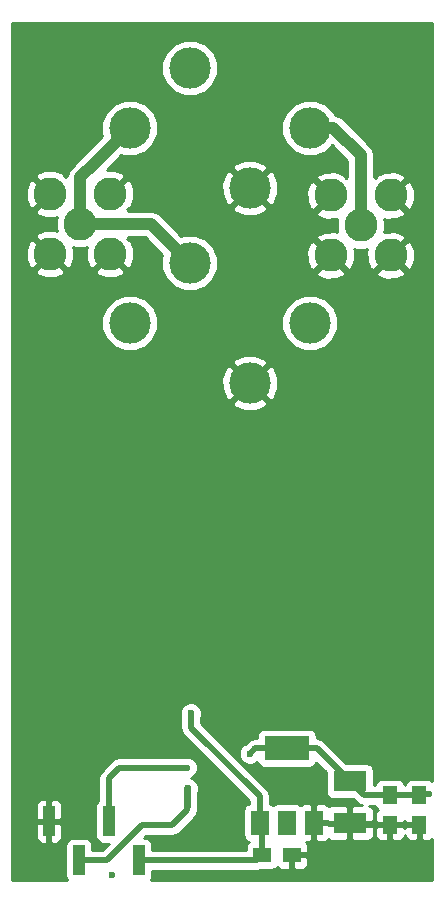
<source format=gbl>
G04 #@! TF.FileFunction,Copper,L2,Bot,Signal*
%FSLAX46Y46*%
G04 Gerber Fmt 4.6, Leading zero omitted, Abs format (unit mm)*
G04 Created by KiCad (PCBNEW 4.0.6) date 01/05/18 17:09:47*
%MOMM*%
%LPD*%
G01*
G04 APERTURE LIST*
%ADD10C,0.100000*%
%ADD11C,0.300000*%
%ADD12C,0.600000*%
%ADD13R,2.794000X1.778000*%
%ADD14R,1.250000X1.500000*%
%ADD15R,1.500000X1.250000*%
%ADD16C,2.800000*%
%ADD17R,1.000000X2.510000*%
%ADD18C,3.500000*%
%ADD19R,1.498600X1.998980*%
%ADD20R,3.799840X1.998980*%
%ADD21C,0.500000*%
%ADD22C,0.250000*%
%ADD23C,1.000000*%
%ADD24C,0.254000*%
G04 APERTURE END LIST*
D10*
D11*
X110984286Y-108798571D02*
X110984286Y-110012857D01*
X110912857Y-110155714D01*
X110841429Y-110227143D01*
X110698572Y-110298571D01*
X110484286Y-110298571D01*
X110341429Y-110227143D01*
X110984286Y-109727143D02*
X110841429Y-109798571D01*
X110555715Y-109798571D01*
X110412857Y-109727143D01*
X110341429Y-109655714D01*
X110270000Y-109512857D01*
X110270000Y-109084286D01*
X110341429Y-108941429D01*
X110412857Y-108870000D01*
X110555715Y-108798571D01*
X110841429Y-108798571D01*
X110984286Y-108870000D01*
X111698572Y-108798571D02*
X111698572Y-109798571D01*
X111698572Y-108941429D02*
X111770000Y-108870000D01*
X111912858Y-108798571D01*
X112127143Y-108798571D01*
X112270000Y-108870000D01*
X112341429Y-109012857D01*
X112341429Y-109798571D01*
X113698572Y-109798571D02*
X113698572Y-108298571D01*
X113698572Y-109727143D02*
X113555715Y-109798571D01*
X113270001Y-109798571D01*
X113127143Y-109727143D01*
X113055715Y-109655714D01*
X112984286Y-109512857D01*
X112984286Y-109084286D01*
X113055715Y-108941429D01*
X113127143Y-108870000D01*
X113270001Y-108798571D01*
X113555715Y-108798571D01*
X113698572Y-108870000D01*
D12*
X144820000Y-116620000D03*
X139820000Y-116620000D03*
X134820000Y-116620000D03*
X129820000Y-116620000D03*
X124820000Y-116620000D03*
X117920000Y-116620000D03*
X113120000Y-116620000D03*
X109820000Y-116620000D03*
X144720000Y-114720000D03*
X144720000Y-109720000D03*
X144720000Y-104720000D03*
X144720000Y-99720000D03*
X144720000Y-94720000D03*
X144720000Y-89720000D03*
X144720000Y-84720000D03*
X144720000Y-79720000D03*
X144720000Y-74720000D03*
X144720000Y-69720000D03*
X144720000Y-64720000D03*
X144720000Y-59720000D03*
X144720000Y-54720000D03*
X109720000Y-114720000D03*
X109720000Y-109720000D03*
X109720000Y-104720000D03*
X109720000Y-99720000D03*
X109720000Y-94720000D03*
X109720000Y-89720000D03*
X109720000Y-84720000D03*
X109720000Y-79720000D03*
X109720000Y-74720000D03*
X109720000Y-69720000D03*
X109720000Y-64720000D03*
X109720000Y-59720000D03*
X109720000Y-54720000D03*
X144620000Y-45220000D03*
X139620000Y-45220000D03*
X134620000Y-45220000D03*
X129620000Y-45220000D03*
X124620000Y-45220000D03*
X119620000Y-45220000D03*
X114620000Y-45220000D03*
D13*
X138010000Y-108642000D03*
X138010000Y-112198000D03*
D14*
X143920000Y-109820000D03*
X143920000Y-112320000D03*
X141420000Y-109820000D03*
X141420000Y-112320000D03*
D15*
X130620000Y-114890000D03*
X133120000Y-114890000D03*
D16*
X138938000Y-61595000D03*
X136398000Y-59055000D03*
X141478000Y-59055000D03*
X141478000Y-64135000D03*
X136398000Y-64135000D03*
X115189000Y-61468000D03*
X117729000Y-58928000D03*
X117729000Y-64008000D03*
X112649000Y-64008000D03*
X112649000Y-58928000D03*
D17*
X120170000Y-115345000D03*
X115090000Y-115345000D03*
X117630000Y-112035000D03*
X112550000Y-112035000D03*
D18*
X124460000Y-48260000D03*
X119380000Y-53340000D03*
X129540000Y-58420000D03*
X134620000Y-53340000D03*
X129540000Y-74930000D03*
X134620000Y-69850000D03*
X124460000Y-64770000D03*
X119380000Y-69850000D03*
D19*
X134978700Y-112159600D03*
X132680000Y-112159600D03*
X130381300Y-112159600D03*
D20*
X132680000Y-105860400D03*
D12*
X109620000Y-45220000D03*
X109720000Y-49720000D03*
X144720000Y-49720000D03*
X112220000Y-78220000D03*
X115220000Y-78220000D03*
X122220000Y-78220000D03*
X125720000Y-78220000D03*
X129220000Y-78220000D03*
X133220000Y-78220000D03*
X138720000Y-78220000D03*
X142220000Y-78220000D03*
X112600000Y-106260000D03*
X124560000Y-102900000D03*
X129560000Y-106310000D03*
X124300000Y-109250000D03*
X124240000Y-107490000D03*
D21*
X141420000Y-112320000D02*
X138132000Y-112320000D01*
D22*
X138132000Y-112320000D02*
X138010000Y-112198000D01*
D21*
X112600000Y-106260000D02*
X112550000Y-106310000D01*
X112550000Y-106310000D02*
X112550000Y-112035000D01*
X143920000Y-112320000D02*
X141420000Y-112320000D01*
D22*
X141420000Y-112320000D02*
X141298000Y-112198000D01*
X129032000Y-58928000D02*
X129540000Y-58420000D01*
X135763000Y-58420000D02*
X136398000Y-59055000D01*
D21*
X130381300Y-112159600D02*
X130381300Y-109921300D01*
X130381300Y-109921300D02*
X124560000Y-104100000D01*
X124560000Y-104100000D02*
X124560000Y-102900000D01*
X130620000Y-114890000D02*
X130620000Y-112398300D01*
X130620000Y-112398300D02*
X130381300Y-112159600D01*
X120170000Y-115345000D02*
X130165000Y-115345000D01*
X130165000Y-115345000D02*
X130620000Y-114890000D01*
X130620000Y-114890000D02*
X130110000Y-114890000D01*
X132680000Y-105860400D02*
X130009600Y-105860400D01*
X130009600Y-105860400D02*
X129560000Y-106310000D01*
X132680000Y-105860400D02*
X135228400Y-105860400D01*
X135228400Y-105860400D02*
X138010000Y-108642000D01*
X143920000Y-109820000D02*
X141420000Y-109820000D01*
X141420000Y-109820000D02*
X139188000Y-109820000D01*
X139188000Y-109820000D02*
X138010000Y-108642000D01*
D23*
X134620000Y-53340000D02*
X136640000Y-53340000D01*
X136640000Y-53340000D02*
X138938000Y-55638000D01*
X138938000Y-55638000D02*
X138938000Y-61595000D01*
X115189000Y-61468000D02*
X115189000Y-57531000D01*
X115189000Y-57531000D02*
X116410000Y-56310000D01*
X116410000Y-56310000D02*
X119380000Y-53340000D01*
X115189000Y-61468000D02*
X121158000Y-61468000D01*
X121158000Y-61468000D02*
X124460000Y-64770000D01*
D22*
X124300000Y-109250000D02*
X124300000Y-109180000D01*
D21*
X115090000Y-115345000D02*
X117445000Y-115345000D01*
X117445000Y-115345000D02*
X120420000Y-112370000D01*
X120420000Y-112370000D02*
X123000000Y-112370000D01*
X123000000Y-112370000D02*
X124280000Y-111090000D01*
X124280000Y-111090000D02*
X124280000Y-109220000D01*
X124280000Y-109220000D02*
X124300000Y-109240000D01*
X124300000Y-109240000D02*
X124300000Y-110870000D01*
X117630000Y-112035000D02*
X117630000Y-108370000D01*
X117630000Y-108370000D02*
X118510000Y-107490000D01*
X118510000Y-107490000D02*
X124240000Y-107490000D01*
D24*
G36*
X145010000Y-108619973D02*
X145009090Y-108618559D01*
X144796890Y-108473569D01*
X144545000Y-108422560D01*
X143295000Y-108422560D01*
X143059683Y-108466838D01*
X142843559Y-108605910D01*
X142698569Y-108818110D01*
X142674898Y-108935000D01*
X142667038Y-108935000D01*
X142648162Y-108834683D01*
X142509090Y-108618559D01*
X142296890Y-108473569D01*
X142045000Y-108422560D01*
X140795000Y-108422560D01*
X140559683Y-108466838D01*
X140343559Y-108605910D01*
X140198569Y-108818110D01*
X140174898Y-108935000D01*
X140054440Y-108935000D01*
X140054440Y-107753000D01*
X140010162Y-107517683D01*
X139871090Y-107301559D01*
X139658890Y-107156569D01*
X139407000Y-107105560D01*
X137725139Y-107105560D01*
X135854190Y-105234610D01*
X135567075Y-105042767D01*
X135510884Y-105031590D01*
X135228400Y-104975399D01*
X135228395Y-104975400D01*
X135227360Y-104975400D01*
X135227360Y-104860910D01*
X135183082Y-104625593D01*
X135044010Y-104409469D01*
X134831810Y-104264479D01*
X134579920Y-104213470D01*
X130780080Y-104213470D01*
X130544763Y-104257748D01*
X130328639Y-104396820D01*
X130183649Y-104609020D01*
X130132640Y-104860910D01*
X130132640Y-104975400D01*
X130009600Y-104975400D01*
X129670925Y-105042767D01*
X129383810Y-105234610D01*
X129383808Y-105234613D01*
X129151165Y-105467256D01*
X129031057Y-105516883D01*
X128767808Y-105779673D01*
X128625162Y-106123201D01*
X128624838Y-106495167D01*
X128766883Y-106838943D01*
X129029673Y-107102192D01*
X129373201Y-107244838D01*
X129745167Y-107245162D01*
X130088943Y-107103117D01*
X130164259Y-107027932D01*
X130176918Y-107095207D01*
X130315990Y-107311331D01*
X130528190Y-107456321D01*
X130780080Y-107507330D01*
X134579920Y-107507330D01*
X134815237Y-107463052D01*
X135031361Y-107323980D01*
X135176351Y-107111780D01*
X135185083Y-107068662D01*
X135965560Y-107849140D01*
X135965560Y-109531000D01*
X136009838Y-109766317D01*
X136148910Y-109982441D01*
X136361110Y-110127431D01*
X136613000Y-110178440D01*
X138294861Y-110178440D01*
X138562208Y-110445787D01*
X138562210Y-110445790D01*
X138754054Y-110573975D01*
X138849326Y-110637634D01*
X139032149Y-110674000D01*
X138295750Y-110674000D01*
X138137000Y-110832750D01*
X138137000Y-112071000D01*
X139883250Y-112071000D01*
X140042000Y-111912250D01*
X140042000Y-111182691D01*
X139945327Y-110949302D01*
X139766699Y-110770673D01*
X139608151Y-110705000D01*
X140172962Y-110705000D01*
X140191838Y-110805317D01*
X140330910Y-111021441D01*
X140399006Y-111067969D01*
X140256673Y-111210302D01*
X140160000Y-111443691D01*
X140160000Y-112034250D01*
X140318750Y-112193000D01*
X141293000Y-112193000D01*
X141293000Y-112173000D01*
X141547000Y-112173000D01*
X141547000Y-112193000D01*
X142521250Y-112193000D01*
X142670000Y-112044250D01*
X142818750Y-112193000D01*
X143793000Y-112193000D01*
X143793000Y-112173000D01*
X144047000Y-112173000D01*
X144047000Y-112193000D01*
X144067000Y-112193000D01*
X144067000Y-112447000D01*
X144047000Y-112447000D01*
X144047000Y-113546250D01*
X144205750Y-113705000D01*
X144671310Y-113705000D01*
X144904699Y-113608327D01*
X145010000Y-113503025D01*
X145010000Y-117010000D01*
X121158399Y-117010000D01*
X121266431Y-116851890D01*
X121317440Y-116600000D01*
X121317440Y-116230000D01*
X130164995Y-116230000D01*
X130165000Y-116230001D01*
X130447484Y-116173810D01*
X130503675Y-116162633D01*
X130503964Y-116162440D01*
X131370000Y-116162440D01*
X131605317Y-116118162D01*
X131821441Y-115979090D01*
X131867969Y-115910994D01*
X132010302Y-116053327D01*
X132243691Y-116150000D01*
X132834250Y-116150000D01*
X132993000Y-115991250D01*
X132993000Y-115017000D01*
X133247000Y-115017000D01*
X133247000Y-115991250D01*
X133405750Y-116150000D01*
X133996309Y-116150000D01*
X134229698Y-116053327D01*
X134408327Y-115874699D01*
X134505000Y-115641310D01*
X134505000Y-115175750D01*
X134346250Y-115017000D01*
X133247000Y-115017000D01*
X132993000Y-115017000D01*
X132973000Y-115017000D01*
X132973000Y-114763000D01*
X132993000Y-114763000D01*
X132993000Y-114743000D01*
X133247000Y-114743000D01*
X133247000Y-114763000D01*
X134346250Y-114763000D01*
X134505000Y-114604250D01*
X134505000Y-114138690D01*
X134408327Y-113905301D01*
X134297115Y-113794090D01*
X134692950Y-113794090D01*
X134851700Y-113635340D01*
X134851700Y-112286600D01*
X135105700Y-112286600D01*
X135105700Y-113635340D01*
X135264450Y-113794090D01*
X135854309Y-113794090D01*
X136087698Y-113697417D01*
X136206545Y-113578571D01*
X136253301Y-113625327D01*
X136486690Y-113722000D01*
X137724250Y-113722000D01*
X137883000Y-113563250D01*
X137883000Y-112325000D01*
X138137000Y-112325000D01*
X138137000Y-113563250D01*
X138295750Y-113722000D01*
X139533310Y-113722000D01*
X139766699Y-113625327D01*
X139945327Y-113446698D01*
X140042000Y-113213309D01*
X140042000Y-112605750D01*
X140160000Y-112605750D01*
X140160000Y-113196309D01*
X140256673Y-113429698D01*
X140435301Y-113608327D01*
X140668690Y-113705000D01*
X141134250Y-113705000D01*
X141293000Y-113546250D01*
X141293000Y-112447000D01*
X141547000Y-112447000D01*
X141547000Y-113546250D01*
X141705750Y-113705000D01*
X142171310Y-113705000D01*
X142404699Y-113608327D01*
X142583327Y-113429698D01*
X142670000Y-113220451D01*
X142756673Y-113429698D01*
X142935301Y-113608327D01*
X143168690Y-113705000D01*
X143634250Y-113705000D01*
X143793000Y-113546250D01*
X143793000Y-112447000D01*
X142818750Y-112447000D01*
X142670000Y-112595750D01*
X142521250Y-112447000D01*
X141547000Y-112447000D01*
X141293000Y-112447000D01*
X140318750Y-112447000D01*
X140160000Y-112605750D01*
X140042000Y-112605750D01*
X140042000Y-112483750D01*
X139883250Y-112325000D01*
X138137000Y-112325000D01*
X137883000Y-112325000D01*
X136242650Y-112325000D01*
X136204250Y-112286600D01*
X135105700Y-112286600D01*
X134851700Y-112286600D01*
X134831700Y-112286600D01*
X134831700Y-112032600D01*
X134851700Y-112032600D01*
X134851700Y-110683860D01*
X135105700Y-110683860D01*
X135105700Y-112032600D01*
X136098350Y-112032600D01*
X136136750Y-112071000D01*
X137883000Y-112071000D01*
X137883000Y-110832750D01*
X137724250Y-110674000D01*
X136486690Y-110674000D01*
X136253301Y-110770673D01*
X136244945Y-110779029D01*
X136087698Y-110621783D01*
X135854309Y-110525110D01*
X135264450Y-110525110D01*
X135105700Y-110683860D01*
X134851700Y-110683860D01*
X134692950Y-110525110D01*
X134103091Y-110525110D01*
X133869702Y-110621783D01*
X133827700Y-110663785D01*
X133681190Y-110563679D01*
X133429300Y-110512670D01*
X131930700Y-110512670D01*
X131695383Y-110556948D01*
X131529172Y-110663902D01*
X131382490Y-110563679D01*
X131266300Y-110540150D01*
X131266300Y-109921300D01*
X131198933Y-109582625D01*
X131007090Y-109295510D01*
X131007087Y-109295508D01*
X125445000Y-103733420D01*
X125445000Y-103206822D01*
X125494838Y-103086799D01*
X125495162Y-102714833D01*
X125353117Y-102371057D01*
X125090327Y-102107808D01*
X124746799Y-101965162D01*
X124374833Y-101964838D01*
X124031057Y-102106883D01*
X123767808Y-102369673D01*
X123625162Y-102713201D01*
X123624838Y-103085167D01*
X123675000Y-103206569D01*
X123675000Y-104099995D01*
X123674999Y-104100000D01*
X123706378Y-104257748D01*
X123742367Y-104438675D01*
X123867261Y-104625593D01*
X123934210Y-104725790D01*
X129496300Y-110287879D01*
X129496300Y-110538204D01*
X129396683Y-110556948D01*
X129180559Y-110696020D01*
X129035569Y-110908220D01*
X128984560Y-111160110D01*
X128984560Y-113159090D01*
X129028838Y-113394407D01*
X129167910Y-113610531D01*
X129380110Y-113755521D01*
X129463008Y-113772308D01*
X129418559Y-113800910D01*
X129273569Y-114013110D01*
X129222560Y-114265000D01*
X129222560Y-114460000D01*
X121317440Y-114460000D01*
X121317440Y-114090000D01*
X121273162Y-113854683D01*
X121134090Y-113638559D01*
X120921890Y-113493569D01*
X120670000Y-113442560D01*
X120599019Y-113442560D01*
X120786579Y-113255000D01*
X122999995Y-113255000D01*
X123000000Y-113255001D01*
X123295058Y-113196309D01*
X123338675Y-113187633D01*
X123625790Y-112995790D01*
X124905787Y-111715792D01*
X124905790Y-111715790D01*
X125097633Y-111428675D01*
X125165000Y-111090000D01*
X125165000Y-110970546D01*
X125185000Y-110870000D01*
X125185000Y-109556822D01*
X125234838Y-109436799D01*
X125235162Y-109064833D01*
X125093117Y-108721057D01*
X124830327Y-108457808D01*
X124588841Y-108357534D01*
X124768943Y-108283117D01*
X125032192Y-108020327D01*
X125174838Y-107676799D01*
X125175162Y-107304833D01*
X125033117Y-106961057D01*
X124770327Y-106697808D01*
X124426799Y-106555162D01*
X124054833Y-106554838D01*
X123933431Y-106605000D01*
X118510005Y-106605000D01*
X118510000Y-106604999D01*
X118227516Y-106661190D01*
X118171325Y-106672367D01*
X117884210Y-106864210D01*
X117884208Y-106864213D01*
X117004210Y-107744210D01*
X116812367Y-108031325D01*
X116812367Y-108031326D01*
X116744999Y-108370000D01*
X116745000Y-108370005D01*
X116745000Y-110273156D01*
X116678559Y-110315910D01*
X116533569Y-110528110D01*
X116482560Y-110780000D01*
X116482560Y-113290000D01*
X116526838Y-113525317D01*
X116665910Y-113741441D01*
X116878110Y-113886431D01*
X117130000Y-113937440D01*
X117600980Y-113937440D01*
X117078420Y-114460000D01*
X116237440Y-114460000D01*
X116237440Y-114090000D01*
X116193162Y-113854683D01*
X116054090Y-113638559D01*
X115841890Y-113493569D01*
X115590000Y-113442560D01*
X114590000Y-113442560D01*
X114354683Y-113486838D01*
X114138559Y-113625910D01*
X113993569Y-113838110D01*
X113942560Y-114090000D01*
X113942560Y-116600000D01*
X113986838Y-116835317D01*
X114099243Y-117010000D01*
X109430000Y-117010000D01*
X109430000Y-112320750D01*
X111415000Y-112320750D01*
X111415000Y-113416309D01*
X111511673Y-113649698D01*
X111690301Y-113828327D01*
X111923690Y-113925000D01*
X112264250Y-113925000D01*
X112423000Y-113766250D01*
X112423000Y-112162000D01*
X112677000Y-112162000D01*
X112677000Y-113766250D01*
X112835750Y-113925000D01*
X113176310Y-113925000D01*
X113409699Y-113828327D01*
X113588327Y-113649698D01*
X113685000Y-113416309D01*
X113685000Y-112320750D01*
X113526250Y-112162000D01*
X112677000Y-112162000D01*
X112423000Y-112162000D01*
X111573750Y-112162000D01*
X111415000Y-112320750D01*
X109430000Y-112320750D01*
X109430000Y-110653691D01*
X111415000Y-110653691D01*
X111415000Y-111749250D01*
X111573750Y-111908000D01*
X112423000Y-111908000D01*
X112423000Y-110303750D01*
X112677000Y-110303750D01*
X112677000Y-111908000D01*
X113526250Y-111908000D01*
X113685000Y-111749250D01*
X113685000Y-110653691D01*
X113588327Y-110420302D01*
X113409699Y-110241673D01*
X113176310Y-110145000D01*
X112835750Y-110145000D01*
X112677000Y-110303750D01*
X112423000Y-110303750D01*
X112264250Y-110145000D01*
X111923690Y-110145000D01*
X111690301Y-110241673D01*
X111511673Y-110420302D01*
X111415000Y-110653691D01*
X109430000Y-110653691D01*
X109430000Y-76624528D01*
X128025077Y-76624528D01*
X128215364Y-76969271D01*
X129096591Y-77320956D01*
X130045323Y-77308641D01*
X130864636Y-76969271D01*
X131054923Y-76624528D01*
X129540000Y-75109605D01*
X128025077Y-76624528D01*
X109430000Y-76624528D01*
X109430000Y-74486591D01*
X127149044Y-74486591D01*
X127161359Y-75435323D01*
X127500729Y-76254636D01*
X127845472Y-76444923D01*
X129360395Y-74930000D01*
X129719605Y-74930000D01*
X131234528Y-76444923D01*
X131579271Y-76254636D01*
X131930956Y-75373409D01*
X131918641Y-74424677D01*
X131579271Y-73605364D01*
X131234528Y-73415077D01*
X129719605Y-74930000D01*
X129360395Y-74930000D01*
X127845472Y-73415077D01*
X127500729Y-73605364D01*
X127149044Y-74486591D01*
X109430000Y-74486591D01*
X109430000Y-73235472D01*
X128025077Y-73235472D01*
X129540000Y-74750395D01*
X131054923Y-73235472D01*
X130864636Y-72890729D01*
X129983409Y-72539044D01*
X129034677Y-72551359D01*
X128215364Y-72890729D01*
X128025077Y-73235472D01*
X109430000Y-73235472D01*
X109430000Y-70322325D01*
X116994587Y-70322325D01*
X117356916Y-71199229D01*
X118027242Y-71870726D01*
X118903513Y-72234585D01*
X119852325Y-72235413D01*
X120729229Y-71873084D01*
X121400726Y-71202758D01*
X121764585Y-70326487D01*
X121764588Y-70322325D01*
X132234587Y-70322325D01*
X132596916Y-71199229D01*
X133267242Y-71870726D01*
X134143513Y-72234585D01*
X135092325Y-72235413D01*
X135969229Y-71873084D01*
X136640726Y-71202758D01*
X137004585Y-70326487D01*
X137005413Y-69377675D01*
X136643084Y-68500771D01*
X135972758Y-67829274D01*
X135096487Y-67465415D01*
X134147675Y-67464587D01*
X133270771Y-67826916D01*
X132599274Y-68497242D01*
X132235415Y-69373513D01*
X132234587Y-70322325D01*
X121764588Y-70322325D01*
X121765413Y-69377675D01*
X121403084Y-68500771D01*
X120732758Y-67829274D01*
X119856487Y-67465415D01*
X118907675Y-67464587D01*
X118030771Y-67826916D01*
X117359274Y-68497242D01*
X116995415Y-69373513D01*
X116994587Y-70322325D01*
X109430000Y-70322325D01*
X109430000Y-65449724D01*
X111386882Y-65449724D01*
X111534455Y-65758106D01*
X112289031Y-66051405D01*
X113098409Y-66033614D01*
X113763545Y-65758106D01*
X113911118Y-65449724D01*
X116466882Y-65449724D01*
X116614455Y-65758106D01*
X117369031Y-66051405D01*
X118178409Y-66033614D01*
X118843545Y-65758106D01*
X118991118Y-65449724D01*
X117729000Y-64187605D01*
X116466882Y-65449724D01*
X113911118Y-65449724D01*
X112649000Y-64187605D01*
X111386882Y-65449724D01*
X109430000Y-65449724D01*
X109430000Y-63648031D01*
X110605595Y-63648031D01*
X110623386Y-64457409D01*
X110898894Y-65122545D01*
X111207276Y-65270118D01*
X112469395Y-64008000D01*
X111207276Y-62745882D01*
X110898894Y-62893455D01*
X110605595Y-63648031D01*
X109430000Y-63648031D01*
X109430000Y-58568031D01*
X110605595Y-58568031D01*
X110623386Y-59377409D01*
X110898894Y-60042545D01*
X111207276Y-60190118D01*
X112469395Y-58928000D01*
X111207276Y-57665882D01*
X110898894Y-57813455D01*
X110605595Y-58568031D01*
X109430000Y-58568031D01*
X109430000Y-57486276D01*
X111386882Y-57486276D01*
X112649000Y-58748395D01*
X112663142Y-58734252D01*
X112842748Y-58913858D01*
X112828605Y-58928000D01*
X112842748Y-58942143D01*
X112663142Y-59121748D01*
X112649000Y-59107605D01*
X111386882Y-60369724D01*
X111534455Y-60678106D01*
X112289031Y-60971405D01*
X113098409Y-60953614D01*
X113220048Y-60903230D01*
X113154354Y-61061438D01*
X113153648Y-61871011D01*
X113227397Y-62049496D01*
X113008969Y-61964595D01*
X112199591Y-61982386D01*
X111534455Y-62257894D01*
X111386882Y-62566276D01*
X112649000Y-63828395D01*
X112663143Y-63814253D01*
X112842748Y-63993858D01*
X112828605Y-64008000D01*
X114090724Y-65270118D01*
X114399106Y-65122545D01*
X114692405Y-64367969D01*
X114674614Y-63558591D01*
X114624230Y-63436952D01*
X114782438Y-63502646D01*
X115592011Y-63503352D01*
X115770496Y-63429603D01*
X115685595Y-63648031D01*
X115703386Y-64457409D01*
X115978894Y-65122545D01*
X116287276Y-65270118D01*
X117549395Y-64008000D01*
X117535253Y-63993858D01*
X117714858Y-63814252D01*
X117729000Y-63828395D01*
X117743142Y-63814252D01*
X117922748Y-63993858D01*
X117908605Y-64008000D01*
X119170724Y-65270118D01*
X119479106Y-65122545D01*
X119772405Y-64367969D01*
X119754614Y-63558591D01*
X119479106Y-62893455D01*
X119170725Y-62745883D01*
X119284198Y-62632410D01*
X119254788Y-62603000D01*
X120687868Y-62603000D01*
X122164306Y-64079438D01*
X122075415Y-64293513D01*
X122074587Y-65242325D01*
X122436916Y-66119229D01*
X123107242Y-66790726D01*
X123983513Y-67154585D01*
X124932325Y-67155413D01*
X125809229Y-66793084D01*
X126480726Y-66122758D01*
X126707458Y-65576724D01*
X135135882Y-65576724D01*
X135283455Y-65885106D01*
X136038031Y-66178405D01*
X136847409Y-66160614D01*
X137512545Y-65885106D01*
X137660118Y-65576724D01*
X140215882Y-65576724D01*
X140363455Y-65885106D01*
X141118031Y-66178405D01*
X141927409Y-66160614D01*
X142592545Y-65885106D01*
X142740118Y-65576724D01*
X141478000Y-64314605D01*
X140215882Y-65576724D01*
X137660118Y-65576724D01*
X136398000Y-64314605D01*
X135135882Y-65576724D01*
X126707458Y-65576724D01*
X126844585Y-65246487D01*
X126845413Y-64297675D01*
X126629462Y-63775031D01*
X134354595Y-63775031D01*
X134372386Y-64584409D01*
X134647894Y-65249545D01*
X134956276Y-65397118D01*
X136218395Y-64135000D01*
X134956276Y-62872882D01*
X134647894Y-63020455D01*
X134354595Y-63775031D01*
X126629462Y-63775031D01*
X126483084Y-63420771D01*
X125812758Y-62749274D01*
X124936487Y-62385415D01*
X123987675Y-62384587D01*
X123769760Y-62474628D01*
X121960566Y-60665434D01*
X121592346Y-60419397D01*
X121158000Y-60333000D01*
X119254788Y-60333000D01*
X119284198Y-60303590D01*
X119170725Y-60190117D01*
X119328683Y-60114528D01*
X128025077Y-60114528D01*
X128215364Y-60459271D01*
X129096591Y-60810956D01*
X130045323Y-60798641D01*
X130864636Y-60459271D01*
X131054923Y-60114528D01*
X129540000Y-58599605D01*
X128025077Y-60114528D01*
X119328683Y-60114528D01*
X119479106Y-60042545D01*
X119772405Y-59287969D01*
X119754614Y-58478591D01*
X119546680Y-57976591D01*
X127149044Y-57976591D01*
X127161359Y-58925323D01*
X127500729Y-59744636D01*
X127845472Y-59934923D01*
X129360395Y-58420000D01*
X129719605Y-58420000D01*
X131234528Y-59934923D01*
X131579271Y-59744636D01*
X131930956Y-58863409D01*
X131928771Y-58695031D01*
X134354595Y-58695031D01*
X134372386Y-59504409D01*
X134647894Y-60169545D01*
X134956276Y-60317118D01*
X136218395Y-59055000D01*
X134956276Y-57792882D01*
X134647894Y-57940455D01*
X134354595Y-58695031D01*
X131928771Y-58695031D01*
X131918641Y-57914677D01*
X131579271Y-57095364D01*
X131234528Y-56905077D01*
X129719605Y-58420000D01*
X129360395Y-58420000D01*
X127845472Y-56905077D01*
X127500729Y-57095364D01*
X127149044Y-57976591D01*
X119546680Y-57976591D01*
X119479106Y-57813455D01*
X119170724Y-57665882D01*
X117908605Y-58928000D01*
X117922748Y-58942142D01*
X117743142Y-59121748D01*
X117729000Y-59107605D01*
X117714858Y-59121748D01*
X117535252Y-58942142D01*
X117549395Y-58928000D01*
X117535252Y-58913858D01*
X117714858Y-58734252D01*
X117729000Y-58748395D01*
X118991118Y-57486276D01*
X118843545Y-57177894D01*
X118088969Y-56884595D01*
X117425963Y-56899169D01*
X117599660Y-56725472D01*
X128025077Y-56725472D01*
X129540000Y-58240395D01*
X131054923Y-56725472D01*
X130864636Y-56380729D01*
X129983409Y-56029044D01*
X129034677Y-56041359D01*
X128215364Y-56380729D01*
X128025077Y-56725472D01*
X117599660Y-56725472D01*
X118689438Y-55635694D01*
X118903513Y-55724585D01*
X119852325Y-55725413D01*
X120729229Y-55363084D01*
X121400726Y-54692758D01*
X121764585Y-53816487D01*
X121764588Y-53812325D01*
X132234587Y-53812325D01*
X132596916Y-54689229D01*
X133267242Y-55360726D01*
X134143513Y-55724585D01*
X135092325Y-55725413D01*
X135969229Y-55363084D01*
X136514066Y-54819198D01*
X137803000Y-56108132D01*
X137803000Y-57529212D01*
X137773590Y-57499802D01*
X137660117Y-57613275D01*
X137512545Y-57304894D01*
X136757969Y-57011595D01*
X135948591Y-57029386D01*
X135283455Y-57304894D01*
X135135882Y-57613276D01*
X136398000Y-58875395D01*
X136412142Y-58861252D01*
X136591748Y-59040858D01*
X136577605Y-59055000D01*
X136591748Y-59069143D01*
X136412142Y-59248748D01*
X136398000Y-59234605D01*
X135135882Y-60496724D01*
X135283455Y-60805106D01*
X136038031Y-61098405D01*
X136847409Y-61080614D01*
X136969048Y-61030230D01*
X136903354Y-61188438D01*
X136902648Y-61998011D01*
X136976397Y-62176496D01*
X136757969Y-62091595D01*
X135948591Y-62109386D01*
X135283455Y-62384894D01*
X135135882Y-62693276D01*
X136398000Y-63955395D01*
X136412143Y-63941253D01*
X136591748Y-64120858D01*
X136577605Y-64135000D01*
X137839724Y-65397118D01*
X138148106Y-65249545D01*
X138441405Y-64494969D01*
X138423614Y-63685591D01*
X138373230Y-63563952D01*
X138531438Y-63629646D01*
X139341011Y-63630352D01*
X139519496Y-63556603D01*
X139434595Y-63775031D01*
X139452386Y-64584409D01*
X139727894Y-65249545D01*
X140036276Y-65397118D01*
X141298395Y-64135000D01*
X141657605Y-64135000D01*
X142919724Y-65397118D01*
X143228106Y-65249545D01*
X143521405Y-64494969D01*
X143503614Y-63685591D01*
X143228106Y-63020455D01*
X142919724Y-62872882D01*
X141657605Y-64135000D01*
X141298395Y-64135000D01*
X141284253Y-64120858D01*
X141463858Y-63941252D01*
X141478000Y-63955395D01*
X142740118Y-62693276D01*
X142592545Y-62384894D01*
X141837969Y-62091595D01*
X141028591Y-62109386D01*
X140906952Y-62159770D01*
X140972646Y-62001562D01*
X140973352Y-61191989D01*
X140899603Y-61013504D01*
X141118031Y-61098405D01*
X141927409Y-61080614D01*
X142592545Y-60805106D01*
X142740118Y-60496724D01*
X141478000Y-59234605D01*
X141463858Y-59248748D01*
X141284252Y-59069142D01*
X141298395Y-59055000D01*
X141657605Y-59055000D01*
X142919724Y-60317118D01*
X143228106Y-60169545D01*
X143521405Y-59414969D01*
X143503614Y-58605591D01*
X143228106Y-57940455D01*
X142919724Y-57792882D01*
X141657605Y-59055000D01*
X141298395Y-59055000D01*
X141284252Y-59040858D01*
X141463858Y-58861252D01*
X141478000Y-58875395D01*
X142740118Y-57613276D01*
X142592545Y-57304894D01*
X141837969Y-57011595D01*
X141028591Y-57029386D01*
X140363455Y-57304894D01*
X140215883Y-57613275D01*
X140102410Y-57499802D01*
X140073000Y-57529212D01*
X140073000Y-55638000D01*
X139986603Y-55203654D01*
X139740566Y-54835434D01*
X137442566Y-52537434D01*
X137074346Y-52291397D01*
X136739804Y-52224852D01*
X136643084Y-51990771D01*
X135972758Y-51319274D01*
X135096487Y-50955415D01*
X134147675Y-50954587D01*
X133270771Y-51316916D01*
X132599274Y-51987242D01*
X132235415Y-52863513D01*
X132234587Y-53812325D01*
X121764588Y-53812325D01*
X121765413Y-52867675D01*
X121403084Y-51990771D01*
X120732758Y-51319274D01*
X119856487Y-50955415D01*
X118907675Y-50954587D01*
X118030771Y-51316916D01*
X117359274Y-51987242D01*
X116995415Y-52863513D01*
X116994587Y-53812325D01*
X117084628Y-54030240D01*
X114386434Y-56728434D01*
X114140397Y-57096654D01*
X114075367Y-57423579D01*
X114024590Y-57372802D01*
X113911117Y-57486275D01*
X113763545Y-57177894D01*
X113008969Y-56884595D01*
X112199591Y-56902386D01*
X111534455Y-57177894D01*
X111386882Y-57486276D01*
X109430000Y-57486276D01*
X109430000Y-48732325D01*
X122074587Y-48732325D01*
X122436916Y-49609229D01*
X123107242Y-50280726D01*
X123983513Y-50644585D01*
X124932325Y-50645413D01*
X125809229Y-50283084D01*
X126480726Y-49612758D01*
X126844585Y-48736487D01*
X126845413Y-47787675D01*
X126483084Y-46910771D01*
X125812758Y-46239274D01*
X124936487Y-45875415D01*
X123987675Y-45874587D01*
X123110771Y-46236916D01*
X122439274Y-46907242D01*
X122075415Y-47783513D01*
X122074587Y-48732325D01*
X109430000Y-48732325D01*
X109430000Y-44430000D01*
X145010000Y-44430000D01*
X145010000Y-108619973D01*
X145010000Y-108619973D01*
G37*
X145010000Y-108619973D02*
X145009090Y-108618559D01*
X144796890Y-108473569D01*
X144545000Y-108422560D01*
X143295000Y-108422560D01*
X143059683Y-108466838D01*
X142843559Y-108605910D01*
X142698569Y-108818110D01*
X142674898Y-108935000D01*
X142667038Y-108935000D01*
X142648162Y-108834683D01*
X142509090Y-108618559D01*
X142296890Y-108473569D01*
X142045000Y-108422560D01*
X140795000Y-108422560D01*
X140559683Y-108466838D01*
X140343559Y-108605910D01*
X140198569Y-108818110D01*
X140174898Y-108935000D01*
X140054440Y-108935000D01*
X140054440Y-107753000D01*
X140010162Y-107517683D01*
X139871090Y-107301559D01*
X139658890Y-107156569D01*
X139407000Y-107105560D01*
X137725139Y-107105560D01*
X135854190Y-105234610D01*
X135567075Y-105042767D01*
X135510884Y-105031590D01*
X135228400Y-104975399D01*
X135228395Y-104975400D01*
X135227360Y-104975400D01*
X135227360Y-104860910D01*
X135183082Y-104625593D01*
X135044010Y-104409469D01*
X134831810Y-104264479D01*
X134579920Y-104213470D01*
X130780080Y-104213470D01*
X130544763Y-104257748D01*
X130328639Y-104396820D01*
X130183649Y-104609020D01*
X130132640Y-104860910D01*
X130132640Y-104975400D01*
X130009600Y-104975400D01*
X129670925Y-105042767D01*
X129383810Y-105234610D01*
X129383808Y-105234613D01*
X129151165Y-105467256D01*
X129031057Y-105516883D01*
X128767808Y-105779673D01*
X128625162Y-106123201D01*
X128624838Y-106495167D01*
X128766883Y-106838943D01*
X129029673Y-107102192D01*
X129373201Y-107244838D01*
X129745167Y-107245162D01*
X130088943Y-107103117D01*
X130164259Y-107027932D01*
X130176918Y-107095207D01*
X130315990Y-107311331D01*
X130528190Y-107456321D01*
X130780080Y-107507330D01*
X134579920Y-107507330D01*
X134815237Y-107463052D01*
X135031361Y-107323980D01*
X135176351Y-107111780D01*
X135185083Y-107068662D01*
X135965560Y-107849140D01*
X135965560Y-109531000D01*
X136009838Y-109766317D01*
X136148910Y-109982441D01*
X136361110Y-110127431D01*
X136613000Y-110178440D01*
X138294861Y-110178440D01*
X138562208Y-110445787D01*
X138562210Y-110445790D01*
X138754054Y-110573975D01*
X138849326Y-110637634D01*
X139032149Y-110674000D01*
X138295750Y-110674000D01*
X138137000Y-110832750D01*
X138137000Y-112071000D01*
X139883250Y-112071000D01*
X140042000Y-111912250D01*
X140042000Y-111182691D01*
X139945327Y-110949302D01*
X139766699Y-110770673D01*
X139608151Y-110705000D01*
X140172962Y-110705000D01*
X140191838Y-110805317D01*
X140330910Y-111021441D01*
X140399006Y-111067969D01*
X140256673Y-111210302D01*
X140160000Y-111443691D01*
X140160000Y-112034250D01*
X140318750Y-112193000D01*
X141293000Y-112193000D01*
X141293000Y-112173000D01*
X141547000Y-112173000D01*
X141547000Y-112193000D01*
X142521250Y-112193000D01*
X142670000Y-112044250D01*
X142818750Y-112193000D01*
X143793000Y-112193000D01*
X143793000Y-112173000D01*
X144047000Y-112173000D01*
X144047000Y-112193000D01*
X144067000Y-112193000D01*
X144067000Y-112447000D01*
X144047000Y-112447000D01*
X144047000Y-113546250D01*
X144205750Y-113705000D01*
X144671310Y-113705000D01*
X144904699Y-113608327D01*
X145010000Y-113503025D01*
X145010000Y-117010000D01*
X121158399Y-117010000D01*
X121266431Y-116851890D01*
X121317440Y-116600000D01*
X121317440Y-116230000D01*
X130164995Y-116230000D01*
X130165000Y-116230001D01*
X130447484Y-116173810D01*
X130503675Y-116162633D01*
X130503964Y-116162440D01*
X131370000Y-116162440D01*
X131605317Y-116118162D01*
X131821441Y-115979090D01*
X131867969Y-115910994D01*
X132010302Y-116053327D01*
X132243691Y-116150000D01*
X132834250Y-116150000D01*
X132993000Y-115991250D01*
X132993000Y-115017000D01*
X133247000Y-115017000D01*
X133247000Y-115991250D01*
X133405750Y-116150000D01*
X133996309Y-116150000D01*
X134229698Y-116053327D01*
X134408327Y-115874699D01*
X134505000Y-115641310D01*
X134505000Y-115175750D01*
X134346250Y-115017000D01*
X133247000Y-115017000D01*
X132993000Y-115017000D01*
X132973000Y-115017000D01*
X132973000Y-114763000D01*
X132993000Y-114763000D01*
X132993000Y-114743000D01*
X133247000Y-114743000D01*
X133247000Y-114763000D01*
X134346250Y-114763000D01*
X134505000Y-114604250D01*
X134505000Y-114138690D01*
X134408327Y-113905301D01*
X134297115Y-113794090D01*
X134692950Y-113794090D01*
X134851700Y-113635340D01*
X134851700Y-112286600D01*
X135105700Y-112286600D01*
X135105700Y-113635340D01*
X135264450Y-113794090D01*
X135854309Y-113794090D01*
X136087698Y-113697417D01*
X136206545Y-113578571D01*
X136253301Y-113625327D01*
X136486690Y-113722000D01*
X137724250Y-113722000D01*
X137883000Y-113563250D01*
X137883000Y-112325000D01*
X138137000Y-112325000D01*
X138137000Y-113563250D01*
X138295750Y-113722000D01*
X139533310Y-113722000D01*
X139766699Y-113625327D01*
X139945327Y-113446698D01*
X140042000Y-113213309D01*
X140042000Y-112605750D01*
X140160000Y-112605750D01*
X140160000Y-113196309D01*
X140256673Y-113429698D01*
X140435301Y-113608327D01*
X140668690Y-113705000D01*
X141134250Y-113705000D01*
X141293000Y-113546250D01*
X141293000Y-112447000D01*
X141547000Y-112447000D01*
X141547000Y-113546250D01*
X141705750Y-113705000D01*
X142171310Y-113705000D01*
X142404699Y-113608327D01*
X142583327Y-113429698D01*
X142670000Y-113220451D01*
X142756673Y-113429698D01*
X142935301Y-113608327D01*
X143168690Y-113705000D01*
X143634250Y-113705000D01*
X143793000Y-113546250D01*
X143793000Y-112447000D01*
X142818750Y-112447000D01*
X142670000Y-112595750D01*
X142521250Y-112447000D01*
X141547000Y-112447000D01*
X141293000Y-112447000D01*
X140318750Y-112447000D01*
X140160000Y-112605750D01*
X140042000Y-112605750D01*
X140042000Y-112483750D01*
X139883250Y-112325000D01*
X138137000Y-112325000D01*
X137883000Y-112325000D01*
X136242650Y-112325000D01*
X136204250Y-112286600D01*
X135105700Y-112286600D01*
X134851700Y-112286600D01*
X134831700Y-112286600D01*
X134831700Y-112032600D01*
X134851700Y-112032600D01*
X134851700Y-110683860D01*
X135105700Y-110683860D01*
X135105700Y-112032600D01*
X136098350Y-112032600D01*
X136136750Y-112071000D01*
X137883000Y-112071000D01*
X137883000Y-110832750D01*
X137724250Y-110674000D01*
X136486690Y-110674000D01*
X136253301Y-110770673D01*
X136244945Y-110779029D01*
X136087698Y-110621783D01*
X135854309Y-110525110D01*
X135264450Y-110525110D01*
X135105700Y-110683860D01*
X134851700Y-110683860D01*
X134692950Y-110525110D01*
X134103091Y-110525110D01*
X133869702Y-110621783D01*
X133827700Y-110663785D01*
X133681190Y-110563679D01*
X133429300Y-110512670D01*
X131930700Y-110512670D01*
X131695383Y-110556948D01*
X131529172Y-110663902D01*
X131382490Y-110563679D01*
X131266300Y-110540150D01*
X131266300Y-109921300D01*
X131198933Y-109582625D01*
X131007090Y-109295510D01*
X131007087Y-109295508D01*
X125445000Y-103733420D01*
X125445000Y-103206822D01*
X125494838Y-103086799D01*
X125495162Y-102714833D01*
X125353117Y-102371057D01*
X125090327Y-102107808D01*
X124746799Y-101965162D01*
X124374833Y-101964838D01*
X124031057Y-102106883D01*
X123767808Y-102369673D01*
X123625162Y-102713201D01*
X123624838Y-103085167D01*
X123675000Y-103206569D01*
X123675000Y-104099995D01*
X123674999Y-104100000D01*
X123706378Y-104257748D01*
X123742367Y-104438675D01*
X123867261Y-104625593D01*
X123934210Y-104725790D01*
X129496300Y-110287879D01*
X129496300Y-110538204D01*
X129396683Y-110556948D01*
X129180559Y-110696020D01*
X129035569Y-110908220D01*
X128984560Y-111160110D01*
X128984560Y-113159090D01*
X129028838Y-113394407D01*
X129167910Y-113610531D01*
X129380110Y-113755521D01*
X129463008Y-113772308D01*
X129418559Y-113800910D01*
X129273569Y-114013110D01*
X129222560Y-114265000D01*
X129222560Y-114460000D01*
X121317440Y-114460000D01*
X121317440Y-114090000D01*
X121273162Y-113854683D01*
X121134090Y-113638559D01*
X120921890Y-113493569D01*
X120670000Y-113442560D01*
X120599019Y-113442560D01*
X120786579Y-113255000D01*
X122999995Y-113255000D01*
X123000000Y-113255001D01*
X123295058Y-113196309D01*
X123338675Y-113187633D01*
X123625790Y-112995790D01*
X124905787Y-111715792D01*
X124905790Y-111715790D01*
X125097633Y-111428675D01*
X125165000Y-111090000D01*
X125165000Y-110970546D01*
X125185000Y-110870000D01*
X125185000Y-109556822D01*
X125234838Y-109436799D01*
X125235162Y-109064833D01*
X125093117Y-108721057D01*
X124830327Y-108457808D01*
X124588841Y-108357534D01*
X124768943Y-108283117D01*
X125032192Y-108020327D01*
X125174838Y-107676799D01*
X125175162Y-107304833D01*
X125033117Y-106961057D01*
X124770327Y-106697808D01*
X124426799Y-106555162D01*
X124054833Y-106554838D01*
X123933431Y-106605000D01*
X118510005Y-106605000D01*
X118510000Y-106604999D01*
X118227516Y-106661190D01*
X118171325Y-106672367D01*
X117884210Y-106864210D01*
X117884208Y-106864213D01*
X117004210Y-107744210D01*
X116812367Y-108031325D01*
X116812367Y-108031326D01*
X116744999Y-108370000D01*
X116745000Y-108370005D01*
X116745000Y-110273156D01*
X116678559Y-110315910D01*
X116533569Y-110528110D01*
X116482560Y-110780000D01*
X116482560Y-113290000D01*
X116526838Y-113525317D01*
X116665910Y-113741441D01*
X116878110Y-113886431D01*
X117130000Y-113937440D01*
X117600980Y-113937440D01*
X117078420Y-114460000D01*
X116237440Y-114460000D01*
X116237440Y-114090000D01*
X116193162Y-113854683D01*
X116054090Y-113638559D01*
X115841890Y-113493569D01*
X115590000Y-113442560D01*
X114590000Y-113442560D01*
X114354683Y-113486838D01*
X114138559Y-113625910D01*
X113993569Y-113838110D01*
X113942560Y-114090000D01*
X113942560Y-116600000D01*
X113986838Y-116835317D01*
X114099243Y-117010000D01*
X109430000Y-117010000D01*
X109430000Y-112320750D01*
X111415000Y-112320750D01*
X111415000Y-113416309D01*
X111511673Y-113649698D01*
X111690301Y-113828327D01*
X111923690Y-113925000D01*
X112264250Y-113925000D01*
X112423000Y-113766250D01*
X112423000Y-112162000D01*
X112677000Y-112162000D01*
X112677000Y-113766250D01*
X112835750Y-113925000D01*
X113176310Y-113925000D01*
X113409699Y-113828327D01*
X113588327Y-113649698D01*
X113685000Y-113416309D01*
X113685000Y-112320750D01*
X113526250Y-112162000D01*
X112677000Y-112162000D01*
X112423000Y-112162000D01*
X111573750Y-112162000D01*
X111415000Y-112320750D01*
X109430000Y-112320750D01*
X109430000Y-110653691D01*
X111415000Y-110653691D01*
X111415000Y-111749250D01*
X111573750Y-111908000D01*
X112423000Y-111908000D01*
X112423000Y-110303750D01*
X112677000Y-110303750D01*
X112677000Y-111908000D01*
X113526250Y-111908000D01*
X113685000Y-111749250D01*
X113685000Y-110653691D01*
X113588327Y-110420302D01*
X113409699Y-110241673D01*
X113176310Y-110145000D01*
X112835750Y-110145000D01*
X112677000Y-110303750D01*
X112423000Y-110303750D01*
X112264250Y-110145000D01*
X111923690Y-110145000D01*
X111690301Y-110241673D01*
X111511673Y-110420302D01*
X111415000Y-110653691D01*
X109430000Y-110653691D01*
X109430000Y-76624528D01*
X128025077Y-76624528D01*
X128215364Y-76969271D01*
X129096591Y-77320956D01*
X130045323Y-77308641D01*
X130864636Y-76969271D01*
X131054923Y-76624528D01*
X129540000Y-75109605D01*
X128025077Y-76624528D01*
X109430000Y-76624528D01*
X109430000Y-74486591D01*
X127149044Y-74486591D01*
X127161359Y-75435323D01*
X127500729Y-76254636D01*
X127845472Y-76444923D01*
X129360395Y-74930000D01*
X129719605Y-74930000D01*
X131234528Y-76444923D01*
X131579271Y-76254636D01*
X131930956Y-75373409D01*
X131918641Y-74424677D01*
X131579271Y-73605364D01*
X131234528Y-73415077D01*
X129719605Y-74930000D01*
X129360395Y-74930000D01*
X127845472Y-73415077D01*
X127500729Y-73605364D01*
X127149044Y-74486591D01*
X109430000Y-74486591D01*
X109430000Y-73235472D01*
X128025077Y-73235472D01*
X129540000Y-74750395D01*
X131054923Y-73235472D01*
X130864636Y-72890729D01*
X129983409Y-72539044D01*
X129034677Y-72551359D01*
X128215364Y-72890729D01*
X128025077Y-73235472D01*
X109430000Y-73235472D01*
X109430000Y-70322325D01*
X116994587Y-70322325D01*
X117356916Y-71199229D01*
X118027242Y-71870726D01*
X118903513Y-72234585D01*
X119852325Y-72235413D01*
X120729229Y-71873084D01*
X121400726Y-71202758D01*
X121764585Y-70326487D01*
X121764588Y-70322325D01*
X132234587Y-70322325D01*
X132596916Y-71199229D01*
X133267242Y-71870726D01*
X134143513Y-72234585D01*
X135092325Y-72235413D01*
X135969229Y-71873084D01*
X136640726Y-71202758D01*
X137004585Y-70326487D01*
X137005413Y-69377675D01*
X136643084Y-68500771D01*
X135972758Y-67829274D01*
X135096487Y-67465415D01*
X134147675Y-67464587D01*
X133270771Y-67826916D01*
X132599274Y-68497242D01*
X132235415Y-69373513D01*
X132234587Y-70322325D01*
X121764588Y-70322325D01*
X121765413Y-69377675D01*
X121403084Y-68500771D01*
X120732758Y-67829274D01*
X119856487Y-67465415D01*
X118907675Y-67464587D01*
X118030771Y-67826916D01*
X117359274Y-68497242D01*
X116995415Y-69373513D01*
X116994587Y-70322325D01*
X109430000Y-70322325D01*
X109430000Y-65449724D01*
X111386882Y-65449724D01*
X111534455Y-65758106D01*
X112289031Y-66051405D01*
X113098409Y-66033614D01*
X113763545Y-65758106D01*
X113911118Y-65449724D01*
X116466882Y-65449724D01*
X116614455Y-65758106D01*
X117369031Y-66051405D01*
X118178409Y-66033614D01*
X118843545Y-65758106D01*
X118991118Y-65449724D01*
X117729000Y-64187605D01*
X116466882Y-65449724D01*
X113911118Y-65449724D01*
X112649000Y-64187605D01*
X111386882Y-65449724D01*
X109430000Y-65449724D01*
X109430000Y-63648031D01*
X110605595Y-63648031D01*
X110623386Y-64457409D01*
X110898894Y-65122545D01*
X111207276Y-65270118D01*
X112469395Y-64008000D01*
X111207276Y-62745882D01*
X110898894Y-62893455D01*
X110605595Y-63648031D01*
X109430000Y-63648031D01*
X109430000Y-58568031D01*
X110605595Y-58568031D01*
X110623386Y-59377409D01*
X110898894Y-60042545D01*
X111207276Y-60190118D01*
X112469395Y-58928000D01*
X111207276Y-57665882D01*
X110898894Y-57813455D01*
X110605595Y-58568031D01*
X109430000Y-58568031D01*
X109430000Y-57486276D01*
X111386882Y-57486276D01*
X112649000Y-58748395D01*
X112663142Y-58734252D01*
X112842748Y-58913858D01*
X112828605Y-58928000D01*
X112842748Y-58942143D01*
X112663142Y-59121748D01*
X112649000Y-59107605D01*
X111386882Y-60369724D01*
X111534455Y-60678106D01*
X112289031Y-60971405D01*
X113098409Y-60953614D01*
X113220048Y-60903230D01*
X113154354Y-61061438D01*
X113153648Y-61871011D01*
X113227397Y-62049496D01*
X113008969Y-61964595D01*
X112199591Y-61982386D01*
X111534455Y-62257894D01*
X111386882Y-62566276D01*
X112649000Y-63828395D01*
X112663143Y-63814253D01*
X112842748Y-63993858D01*
X112828605Y-64008000D01*
X114090724Y-65270118D01*
X114399106Y-65122545D01*
X114692405Y-64367969D01*
X114674614Y-63558591D01*
X114624230Y-63436952D01*
X114782438Y-63502646D01*
X115592011Y-63503352D01*
X115770496Y-63429603D01*
X115685595Y-63648031D01*
X115703386Y-64457409D01*
X115978894Y-65122545D01*
X116287276Y-65270118D01*
X117549395Y-64008000D01*
X117535253Y-63993858D01*
X117714858Y-63814252D01*
X117729000Y-63828395D01*
X117743142Y-63814252D01*
X117922748Y-63993858D01*
X117908605Y-64008000D01*
X119170724Y-65270118D01*
X119479106Y-65122545D01*
X119772405Y-64367969D01*
X119754614Y-63558591D01*
X119479106Y-62893455D01*
X119170725Y-62745883D01*
X119284198Y-62632410D01*
X119254788Y-62603000D01*
X120687868Y-62603000D01*
X122164306Y-64079438D01*
X122075415Y-64293513D01*
X122074587Y-65242325D01*
X122436916Y-66119229D01*
X123107242Y-66790726D01*
X123983513Y-67154585D01*
X124932325Y-67155413D01*
X125809229Y-66793084D01*
X126480726Y-66122758D01*
X126707458Y-65576724D01*
X135135882Y-65576724D01*
X135283455Y-65885106D01*
X136038031Y-66178405D01*
X136847409Y-66160614D01*
X137512545Y-65885106D01*
X137660118Y-65576724D01*
X140215882Y-65576724D01*
X140363455Y-65885106D01*
X141118031Y-66178405D01*
X141927409Y-66160614D01*
X142592545Y-65885106D01*
X142740118Y-65576724D01*
X141478000Y-64314605D01*
X140215882Y-65576724D01*
X137660118Y-65576724D01*
X136398000Y-64314605D01*
X135135882Y-65576724D01*
X126707458Y-65576724D01*
X126844585Y-65246487D01*
X126845413Y-64297675D01*
X126629462Y-63775031D01*
X134354595Y-63775031D01*
X134372386Y-64584409D01*
X134647894Y-65249545D01*
X134956276Y-65397118D01*
X136218395Y-64135000D01*
X134956276Y-62872882D01*
X134647894Y-63020455D01*
X134354595Y-63775031D01*
X126629462Y-63775031D01*
X126483084Y-63420771D01*
X125812758Y-62749274D01*
X124936487Y-62385415D01*
X123987675Y-62384587D01*
X123769760Y-62474628D01*
X121960566Y-60665434D01*
X121592346Y-60419397D01*
X121158000Y-60333000D01*
X119254788Y-60333000D01*
X119284198Y-60303590D01*
X119170725Y-60190117D01*
X119328683Y-60114528D01*
X128025077Y-60114528D01*
X128215364Y-60459271D01*
X129096591Y-60810956D01*
X130045323Y-60798641D01*
X130864636Y-60459271D01*
X131054923Y-60114528D01*
X129540000Y-58599605D01*
X128025077Y-60114528D01*
X119328683Y-60114528D01*
X119479106Y-60042545D01*
X119772405Y-59287969D01*
X119754614Y-58478591D01*
X119546680Y-57976591D01*
X127149044Y-57976591D01*
X127161359Y-58925323D01*
X127500729Y-59744636D01*
X127845472Y-59934923D01*
X129360395Y-58420000D01*
X129719605Y-58420000D01*
X131234528Y-59934923D01*
X131579271Y-59744636D01*
X131930956Y-58863409D01*
X131928771Y-58695031D01*
X134354595Y-58695031D01*
X134372386Y-59504409D01*
X134647894Y-60169545D01*
X134956276Y-60317118D01*
X136218395Y-59055000D01*
X134956276Y-57792882D01*
X134647894Y-57940455D01*
X134354595Y-58695031D01*
X131928771Y-58695031D01*
X131918641Y-57914677D01*
X131579271Y-57095364D01*
X131234528Y-56905077D01*
X129719605Y-58420000D01*
X129360395Y-58420000D01*
X127845472Y-56905077D01*
X127500729Y-57095364D01*
X127149044Y-57976591D01*
X119546680Y-57976591D01*
X119479106Y-57813455D01*
X119170724Y-57665882D01*
X117908605Y-58928000D01*
X117922748Y-58942142D01*
X117743142Y-59121748D01*
X117729000Y-59107605D01*
X117714858Y-59121748D01*
X117535252Y-58942142D01*
X117549395Y-58928000D01*
X117535252Y-58913858D01*
X117714858Y-58734252D01*
X117729000Y-58748395D01*
X118991118Y-57486276D01*
X118843545Y-57177894D01*
X118088969Y-56884595D01*
X117425963Y-56899169D01*
X117599660Y-56725472D01*
X128025077Y-56725472D01*
X129540000Y-58240395D01*
X131054923Y-56725472D01*
X130864636Y-56380729D01*
X129983409Y-56029044D01*
X129034677Y-56041359D01*
X128215364Y-56380729D01*
X128025077Y-56725472D01*
X117599660Y-56725472D01*
X118689438Y-55635694D01*
X118903513Y-55724585D01*
X119852325Y-55725413D01*
X120729229Y-55363084D01*
X121400726Y-54692758D01*
X121764585Y-53816487D01*
X121764588Y-53812325D01*
X132234587Y-53812325D01*
X132596916Y-54689229D01*
X133267242Y-55360726D01*
X134143513Y-55724585D01*
X135092325Y-55725413D01*
X135969229Y-55363084D01*
X136514066Y-54819198D01*
X137803000Y-56108132D01*
X137803000Y-57529212D01*
X137773590Y-57499802D01*
X137660117Y-57613275D01*
X137512545Y-57304894D01*
X136757969Y-57011595D01*
X135948591Y-57029386D01*
X135283455Y-57304894D01*
X135135882Y-57613276D01*
X136398000Y-58875395D01*
X136412142Y-58861252D01*
X136591748Y-59040858D01*
X136577605Y-59055000D01*
X136591748Y-59069143D01*
X136412142Y-59248748D01*
X136398000Y-59234605D01*
X135135882Y-60496724D01*
X135283455Y-60805106D01*
X136038031Y-61098405D01*
X136847409Y-61080614D01*
X136969048Y-61030230D01*
X136903354Y-61188438D01*
X136902648Y-61998011D01*
X136976397Y-62176496D01*
X136757969Y-62091595D01*
X135948591Y-62109386D01*
X135283455Y-62384894D01*
X135135882Y-62693276D01*
X136398000Y-63955395D01*
X136412143Y-63941253D01*
X136591748Y-64120858D01*
X136577605Y-64135000D01*
X137839724Y-65397118D01*
X138148106Y-65249545D01*
X138441405Y-64494969D01*
X138423614Y-63685591D01*
X138373230Y-63563952D01*
X138531438Y-63629646D01*
X139341011Y-63630352D01*
X139519496Y-63556603D01*
X139434595Y-63775031D01*
X139452386Y-64584409D01*
X139727894Y-65249545D01*
X140036276Y-65397118D01*
X141298395Y-64135000D01*
X141657605Y-64135000D01*
X142919724Y-65397118D01*
X143228106Y-65249545D01*
X143521405Y-64494969D01*
X143503614Y-63685591D01*
X143228106Y-63020455D01*
X142919724Y-62872882D01*
X141657605Y-64135000D01*
X141298395Y-64135000D01*
X141284253Y-64120858D01*
X141463858Y-63941252D01*
X141478000Y-63955395D01*
X142740118Y-62693276D01*
X142592545Y-62384894D01*
X141837969Y-62091595D01*
X141028591Y-62109386D01*
X140906952Y-62159770D01*
X140972646Y-62001562D01*
X140973352Y-61191989D01*
X140899603Y-61013504D01*
X141118031Y-61098405D01*
X141927409Y-61080614D01*
X142592545Y-60805106D01*
X142740118Y-60496724D01*
X141478000Y-59234605D01*
X141463858Y-59248748D01*
X141284252Y-59069142D01*
X141298395Y-59055000D01*
X141657605Y-59055000D01*
X142919724Y-60317118D01*
X143228106Y-60169545D01*
X143521405Y-59414969D01*
X143503614Y-58605591D01*
X143228106Y-57940455D01*
X142919724Y-57792882D01*
X141657605Y-59055000D01*
X141298395Y-59055000D01*
X141284252Y-59040858D01*
X141463858Y-58861252D01*
X141478000Y-58875395D01*
X142740118Y-57613276D01*
X142592545Y-57304894D01*
X141837969Y-57011595D01*
X141028591Y-57029386D01*
X140363455Y-57304894D01*
X140215883Y-57613275D01*
X140102410Y-57499802D01*
X140073000Y-57529212D01*
X140073000Y-55638000D01*
X139986603Y-55203654D01*
X139740566Y-54835434D01*
X137442566Y-52537434D01*
X137074346Y-52291397D01*
X136739804Y-52224852D01*
X136643084Y-51990771D01*
X135972758Y-51319274D01*
X135096487Y-50955415D01*
X134147675Y-50954587D01*
X133270771Y-51316916D01*
X132599274Y-51987242D01*
X132235415Y-52863513D01*
X132234587Y-53812325D01*
X121764588Y-53812325D01*
X121765413Y-52867675D01*
X121403084Y-51990771D01*
X120732758Y-51319274D01*
X119856487Y-50955415D01*
X118907675Y-50954587D01*
X118030771Y-51316916D01*
X117359274Y-51987242D01*
X116995415Y-52863513D01*
X116994587Y-53812325D01*
X117084628Y-54030240D01*
X114386434Y-56728434D01*
X114140397Y-57096654D01*
X114075367Y-57423579D01*
X114024590Y-57372802D01*
X113911117Y-57486275D01*
X113763545Y-57177894D01*
X113008969Y-56884595D01*
X112199591Y-56902386D01*
X111534455Y-57177894D01*
X111386882Y-57486276D01*
X109430000Y-57486276D01*
X109430000Y-48732325D01*
X122074587Y-48732325D01*
X122436916Y-49609229D01*
X123107242Y-50280726D01*
X123983513Y-50644585D01*
X124932325Y-50645413D01*
X125809229Y-50283084D01*
X126480726Y-49612758D01*
X126844585Y-48736487D01*
X126845413Y-47787675D01*
X126483084Y-46910771D01*
X125812758Y-46239274D01*
X124936487Y-45875415D01*
X123987675Y-45874587D01*
X123110771Y-46236916D01*
X122439274Y-46907242D01*
X122075415Y-47783513D01*
X122074587Y-48732325D01*
X109430000Y-48732325D01*
X109430000Y-44430000D01*
X145010000Y-44430000D01*
X145010000Y-108619973D01*
M02*

</source>
